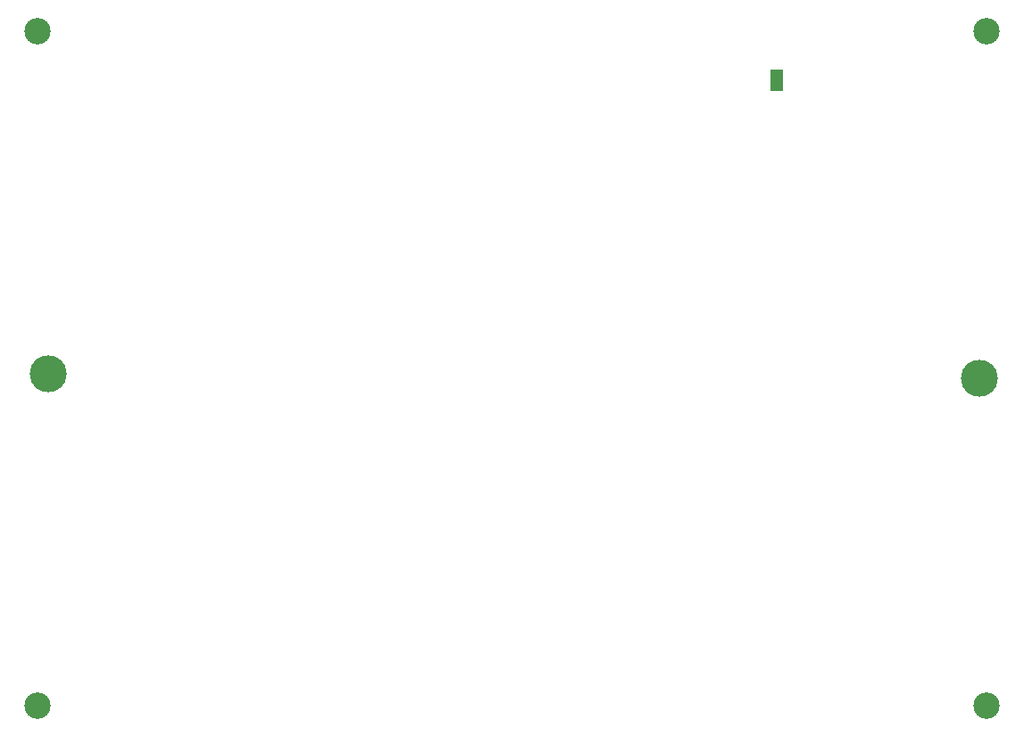
<source format=gbr>
%TF.GenerationSoftware,KiCad,Pcbnew,6.0.2-378541a8eb~116~ubuntu21.10.1*%
%TF.CreationDate,2022-03-01T19:57:36-08:00*%
%TF.ProjectId,cover_50x75,636f7665-725f-4353-9078-37352e6b6963,rev?*%
%TF.SameCoordinates,Original*%
%TF.FileFunction,Soldermask,Top*%
%TF.FilePolarity,Negative*%
%FSLAX46Y46*%
G04 Gerber Fmt 4.6, Leading zero omitted, Abs format (unit mm)*
G04 Created by KiCad (PCBNEW 6.0.2-378541a8eb~116~ubuntu21.10.1) date 2022-03-01 19:57:36*
%MOMM*%
%LPD*%
G01*
G04 APERTURE LIST*
%ADD10R,1.200000X2.000000*%
%ADD11C,2.500000*%
%ADD12C,3.500000*%
G04 APERTURE END LIST*
D10*
%TO.C,J1*%
X213280000Y-55060000D03*
%TD*%
D11*
%TO.C,REF\u002A\u002A*%
X233160000Y-114400000D03*
%TD*%
%TO.C,REF\u002A\u002A*%
X143190000Y-114400000D03*
%TD*%
%TO.C,REF\u002A\u002A*%
X143200000Y-50400000D03*
%TD*%
%TO.C,REF\u002A\u002A*%
X233200000Y-50400000D03*
%TD*%
D12*
%TO.C,REF\u002A\u002A*%
X144210000Y-82920000D03*
%TD*%
%TO.C,REF\u002A\u002A*%
X232470000Y-83340000D03*
%TD*%
M02*

</source>
